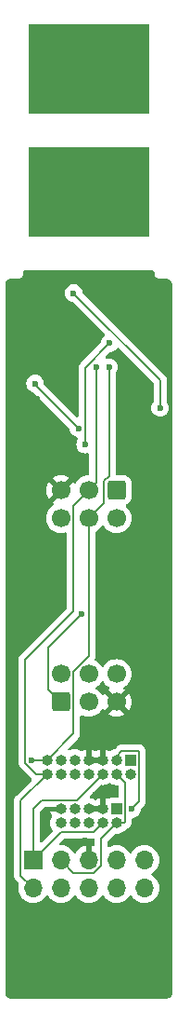
<source format=gbl>
G04 #@! TF.GenerationSoftware,KiCad,Pcbnew,7.0.10*
G04 #@! TF.CreationDate,2024-01-06T05:40:09+01:00*
G04 #@! TF.ProjectId,universal-tc2030,756e6976-6572-4736-916c-2d7463323033,rev?*
G04 #@! TF.SameCoordinates,Original*
G04 #@! TF.FileFunction,Copper,L2,Bot*
G04 #@! TF.FilePolarity,Positive*
%FSLAX46Y46*%
G04 Gerber Fmt 4.6, Leading zero omitted, Abs format (unit mm)*
G04 Created by KiCad (PCBNEW 7.0.10) date 2024-01-06 05:40:09*
%MOMM*%
%LPD*%
G01*
G04 APERTURE LIST*
G04 Aperture macros list*
%AMRoundRect*
0 Rectangle with rounded corners*
0 $1 Rounding radius*
0 $2 $3 $4 $5 $6 $7 $8 $9 X,Y pos of 4 corners*
0 Add a 4 corners polygon primitive as box body*
4,1,4,$2,$3,$4,$5,$6,$7,$8,$9,$2,$3,0*
0 Add four circle primitives for the rounded corners*
1,1,$1+$1,$2,$3*
1,1,$1+$1,$4,$5*
1,1,$1+$1,$6,$7*
1,1,$1+$1,$8,$9*
0 Add four rect primitives between the rounded corners*
20,1,$1+$1,$2,$3,$4,$5,0*
20,1,$1+$1,$4,$5,$6,$7,0*
20,1,$1+$1,$6,$7,$8,$9,0*
20,1,$1+$1,$8,$9,$2,$3,0*%
G04 Aperture macros list end*
G04 #@! TA.AperFunction,ComponentPad*
%ADD10R,1.700000X1.700000*%
G04 #@! TD*
G04 #@! TA.AperFunction,ComponentPad*
%ADD11O,1.700000X1.700000*%
G04 #@! TD*
G04 #@! TA.AperFunction,ComponentPad*
%ADD12R,1.000000X1.000000*%
G04 #@! TD*
G04 #@! TA.AperFunction,ComponentPad*
%ADD13O,1.000000X1.000000*%
G04 #@! TD*
G04 #@! TA.AperFunction,ComponentPad*
%ADD14RoundRect,0.250000X0.600000X-0.600000X0.600000X0.600000X-0.600000X0.600000X-0.600000X-0.600000X0*%
G04 #@! TD*
G04 #@! TA.AperFunction,ComponentPad*
%ADD15C,1.700000*%
G04 #@! TD*
G04 #@! TA.AperFunction,ConnectorPad*
%ADD16R,11.000000X8.150000*%
G04 #@! TD*
G04 #@! TA.AperFunction,ComponentPad*
%ADD17RoundRect,0.250000X-0.600000X0.600000X-0.600000X-0.600000X0.600000X-0.600000X0.600000X0.600000X0*%
G04 #@! TD*
G04 #@! TA.AperFunction,ViaPad*
%ADD18C,0.600000*%
G04 #@! TD*
G04 #@! TA.AperFunction,Conductor*
%ADD19C,0.200000*%
G04 #@! TD*
G04 APERTURE END LIST*
G04 #@! TA.AperFunction,NonConductor*
G36*
X144500000Y-39350000D02*
G01*
X155500000Y-39350000D01*
X155500000Y-47500000D01*
X144500000Y-47500000D01*
X144500000Y-39350000D01*
G37*
G04 #@! TD.AperFunction*
D10*
X144920000Y-115330000D03*
D11*
X144920000Y-117870000D03*
X147460000Y-115330000D03*
X147460000Y-117870000D03*
X150000000Y-115330000D03*
X150000000Y-117870000D03*
X152540000Y-115330000D03*
X152540000Y-117870000D03*
X155080000Y-115330000D03*
X155080000Y-117870000D03*
D12*
X153810000Y-106230000D03*
D13*
X153810000Y-107500000D03*
X152540000Y-106230000D03*
X152540000Y-107500000D03*
X151270000Y-106230000D03*
X151270000Y-107500000D03*
X150000000Y-106230000D03*
X150000000Y-107500000D03*
X148730000Y-106230000D03*
X148730000Y-107500000D03*
X147460000Y-106230000D03*
X147460000Y-107500000D03*
X146190000Y-106230000D03*
X146190000Y-107500000D03*
D14*
X147460000Y-100950000D03*
D15*
X147460000Y-98410000D03*
X150000000Y-100950000D03*
X150000000Y-98410000D03*
X152540000Y-100950000D03*
X152540000Y-98410000D03*
D12*
X152540000Y-110680000D03*
D13*
X152540000Y-111950000D03*
X151270000Y-110680000D03*
X151270000Y-111950000D03*
X150000000Y-110680000D03*
X150000000Y-111950000D03*
X148730000Y-110680000D03*
X148730000Y-111950000D03*
X147460000Y-110680000D03*
X147460000Y-111950000D03*
D16*
X150000000Y-54575000D03*
D17*
X152540000Y-81710000D03*
D15*
X152540000Y-84250000D03*
X150000000Y-81710000D03*
X150000000Y-84250000D03*
X147460000Y-81710000D03*
X147460000Y-84250000D03*
D18*
X150500000Y-44425000D03*
X149500000Y-40425000D03*
X150500000Y-46425000D03*
X145500000Y-41425000D03*
X152500000Y-40425000D03*
X149500000Y-44425000D03*
X153500000Y-42425000D03*
X153500000Y-46425000D03*
X153500000Y-44425000D03*
X147500000Y-44425000D03*
X150500000Y-41425000D03*
X153500000Y-43425000D03*
X148500000Y-46425000D03*
X151500000Y-45425000D03*
X152500000Y-46425000D03*
X154500000Y-42425000D03*
X153500000Y-40425000D03*
X149500000Y-43425000D03*
X146500000Y-44425000D03*
X153500000Y-45425000D03*
X154500000Y-41425000D03*
X150500000Y-45425000D03*
X148500000Y-40425000D03*
X149500000Y-46425000D03*
X149500000Y-42425000D03*
X154500000Y-44425000D03*
X147500000Y-45425000D03*
X145500000Y-46425000D03*
X154500000Y-45425000D03*
X148500000Y-42425000D03*
X154500000Y-43425000D03*
X147500000Y-40425000D03*
X145500000Y-43425000D03*
X152500000Y-43425000D03*
X146500000Y-42425000D03*
X152500000Y-41425000D03*
X146500000Y-41425000D03*
X146500000Y-46425000D03*
X152500000Y-42425000D03*
X154500000Y-46425000D03*
X145500000Y-44425000D03*
X146500000Y-43425000D03*
X148500000Y-43425000D03*
X145500000Y-40425000D03*
X149500000Y-45425000D03*
X151500000Y-41425000D03*
X151500000Y-42425000D03*
X148500000Y-41425000D03*
X146500000Y-45425000D03*
X147500000Y-43425000D03*
X152500000Y-44425000D03*
X154500000Y-40425000D03*
X148500000Y-44425000D03*
X151500000Y-44425000D03*
X147500000Y-41425000D03*
X153500000Y-41425000D03*
X148500000Y-45425000D03*
X147500000Y-46425000D03*
X150500000Y-43425000D03*
X147500000Y-42425000D03*
X151500000Y-40425000D03*
X149500000Y-41425000D03*
X146500000Y-40425000D03*
X150500000Y-40425000D03*
X151500000Y-43425000D03*
X145500000Y-42425000D03*
X152500000Y-45425000D03*
X145500000Y-45425000D03*
X150500000Y-42425000D03*
X151500000Y-46425000D03*
X156515000Y-74230000D03*
X148620000Y-63800000D03*
X151294265Y-91205735D03*
X150635000Y-109400000D03*
X153500000Y-62050000D03*
X144400000Y-108000000D03*
X144850000Y-62730000D03*
X150500000Y-63800000D03*
X148000000Y-113600000D03*
X149700000Y-113500000D03*
X153500000Y-51540000D03*
X145285000Y-73407500D03*
X146200000Y-111900000D03*
X154615000Y-74230000D03*
X149665000Y-77560000D03*
X151905000Y-68350000D03*
X149365000Y-92930000D03*
X153940000Y-110680000D03*
X150660000Y-70550000D03*
X145100000Y-72010000D03*
X149065000Y-76107500D03*
X151860000Y-70550000D03*
X144790000Y-106230000D03*
D19*
X156515000Y-71695000D02*
X156515000Y-74230000D01*
X148620000Y-63800000D02*
X156515000Y-71695000D01*
X149665000Y-77560000D02*
X149665000Y-70590000D01*
X149665000Y-70590000D02*
X151905000Y-68350000D01*
X153940000Y-110680000D02*
X154610000Y-110010000D01*
X153010000Y-105430000D02*
X152540000Y-105900000D01*
X146310000Y-95985000D02*
X149365000Y-92930000D01*
X152540000Y-105900000D02*
X152540000Y-106230000D01*
X154610000Y-105430000D02*
X153010000Y-105430000D01*
X154610000Y-110010000D02*
X154610000Y-105430000D01*
X146310000Y-99800000D02*
X146310000Y-95985000D01*
X147460000Y-100950000D02*
X146310000Y-99800000D01*
X148610000Y-116480000D02*
X147460000Y-115330000D01*
X151150000Y-113340000D02*
X151150000Y-115806346D01*
X151150000Y-115806346D02*
X150476346Y-116480000D01*
X152540000Y-107500000D02*
X153340000Y-108300000D01*
X150476346Y-116480000D02*
X148610000Y-116480000D01*
X153247106Y-111950000D02*
X152540000Y-111950000D01*
X152540000Y-111950000D02*
X151150000Y-113340000D01*
X153340000Y-108300000D02*
X153340000Y-111857106D01*
X153340000Y-111857106D02*
X153247106Y-111950000D01*
X150470000Y-112750000D02*
X151270000Y-111950000D01*
X144920000Y-115330000D02*
X147500000Y-112750000D01*
X144920000Y-115330000D02*
X144920000Y-110680000D01*
X144920000Y-110680000D02*
X145720000Y-109880000D01*
X145720000Y-109880000D02*
X148890000Y-109880000D01*
X148890000Y-109880000D02*
X151270000Y-107500000D01*
X147500000Y-112750000D02*
X150470000Y-112750000D01*
X144190000Y-97110000D02*
X148610000Y-92690000D01*
X148610000Y-92690000D02*
X148610000Y-83100000D01*
X146190000Y-107500000D02*
X143770000Y-109920000D01*
X146190000Y-107500000D02*
X145211471Y-107500000D01*
X143770000Y-109920000D02*
X143770000Y-116720000D01*
X150660000Y-81050000D02*
X150000000Y-81710000D01*
X144190000Y-106478529D02*
X144190000Y-97110000D01*
X148610000Y-83100000D02*
X150000000Y-81710000D01*
X150660000Y-70550000D02*
X150660000Y-81050000D01*
X143770000Y-116720000D02*
X144920000Y-117870000D01*
X145211471Y-107500000D02*
X144190000Y-106478529D01*
X145100000Y-72142500D02*
X149065000Y-76107500D01*
X145100000Y-72010000D02*
X145100000Y-72142500D01*
X151390000Y-80875256D02*
X151390000Y-82860000D01*
X146190000Y-106230000D02*
X144790000Y-106230000D01*
X150000000Y-84250000D02*
X150000000Y-96783654D01*
X151860000Y-80405256D02*
X151390000Y-80875256D01*
X151860000Y-70550000D02*
X151860000Y-80405256D01*
X148610000Y-103810000D02*
X146190000Y-106230000D01*
X148610000Y-98173654D02*
X148610000Y-103810000D01*
X151390000Y-82860000D02*
X150000000Y-84250000D01*
X150000000Y-96783654D02*
X148610000Y-98173654D01*
G04 #@! TA.AperFunction,Conductor*
G36*
X150438688Y-113351560D02*
G01*
X150441675Y-113351953D01*
X150505574Y-113380214D01*
X150544050Y-113438535D01*
X150549500Y-113474893D01*
X150549500Y-113918014D01*
X150529815Y-113985053D01*
X150477011Y-114030808D01*
X150407853Y-114040752D01*
X150393407Y-114037789D01*
X150250000Y-113999363D01*
X150250000Y-114894498D01*
X150142315Y-114845320D01*
X150035763Y-114830000D01*
X149964237Y-114830000D01*
X149857685Y-114845320D01*
X149750000Y-114894498D01*
X149750000Y-113999364D01*
X149749999Y-113999364D01*
X149536513Y-114056567D01*
X149536507Y-114056570D01*
X149322422Y-114156399D01*
X149322420Y-114156400D01*
X149128926Y-114291886D01*
X149128920Y-114291891D01*
X148961891Y-114458920D01*
X148961890Y-114458922D01*
X148831880Y-114644595D01*
X148777303Y-114688219D01*
X148707804Y-114695412D01*
X148645450Y-114663890D01*
X148628730Y-114644594D01*
X148498494Y-114458597D01*
X148331402Y-114291506D01*
X148331395Y-114291501D01*
X148137834Y-114155967D01*
X148137830Y-114155965D01*
X148073096Y-114125779D01*
X147923663Y-114056097D01*
X147923659Y-114056096D01*
X147923655Y-114056094D01*
X147695413Y-113994938D01*
X147695403Y-113994936D01*
X147460001Y-113974341D01*
X147459998Y-113974341D01*
X147432154Y-113976777D01*
X147363654Y-113963010D01*
X147313471Y-113914395D01*
X147297538Y-113846366D01*
X147320913Y-113780523D01*
X147333666Y-113765568D01*
X147430652Y-113668583D01*
X147712416Y-113386819D01*
X147773739Y-113353334D01*
X147800097Y-113350500D01*
X150422513Y-113350500D01*
X150438688Y-113351560D01*
G37*
G04 #@! TD.AperFunction*
G04 #@! TA.AperFunction,Conductor*
G36*
X147174199Y-110514993D02*
G01*
X147135000Y-110622694D01*
X147135000Y-110737306D01*
X147174199Y-110845007D01*
X147245517Y-110930000D01*
X146490840Y-110930000D01*
X146531652Y-111064541D01*
X146624503Y-111238253D01*
X146627890Y-111243322D01*
X146626215Y-111244440D01*
X146649918Y-111300259D01*
X146638123Y-111369125D01*
X146627158Y-111386188D01*
X146627473Y-111386399D01*
X146624086Y-111391467D01*
X146531188Y-111565266D01*
X146473975Y-111753870D01*
X146454659Y-111950000D01*
X146473975Y-112146129D01*
X146473976Y-112146132D01*
X146516218Y-112285386D01*
X146531188Y-112334733D01*
X146624086Y-112508532D01*
X146624086Y-112508533D01*
X146673656Y-112568934D01*
X146700968Y-112633245D01*
X146689177Y-112702112D01*
X146665483Y-112735280D01*
X145732181Y-113668583D01*
X145670858Y-113702068D01*
X145601167Y-113697084D01*
X145545233Y-113655212D01*
X145520816Y-113589748D01*
X145520500Y-113580902D01*
X145520500Y-110980097D01*
X145540185Y-110913058D01*
X145556819Y-110892416D01*
X145932416Y-110516819D01*
X145993739Y-110483334D01*
X146020097Y-110480500D01*
X147203142Y-110480500D01*
X147174199Y-110514993D01*
G37*
G04 #@! TD.AperFunction*
G04 #@! TA.AperFunction,Conductor*
G36*
X151959507Y-108322194D02*
G01*
X151976148Y-108332888D01*
X151976393Y-108332523D01*
X151981458Y-108335907D01*
X151981462Y-108335910D01*
X152155273Y-108428814D01*
X152343868Y-108486024D01*
X152540000Y-108505341D01*
X152603347Y-108499101D01*
X152671991Y-108512119D01*
X152722701Y-108560183D01*
X152739500Y-108622504D01*
X152739500Y-109555500D01*
X152719815Y-109622539D01*
X152667011Y-109668294D01*
X152615500Y-109679500D01*
X151992129Y-109679500D01*
X151992123Y-109679501D01*
X151932516Y-109685908D01*
X151797671Y-109736202D01*
X151797666Y-109736205D01*
X151789172Y-109742564D01*
X151723707Y-109766979D01*
X151660363Y-109753493D01*
X151660162Y-109753981D01*
X151657526Y-109752889D01*
X151656407Y-109752651D01*
X151654537Y-109751651D01*
X151520000Y-109710839D01*
X151520000Y-110472327D01*
X151482129Y-110427195D01*
X151382871Y-110369888D01*
X151298436Y-110355000D01*
X151241564Y-110355000D01*
X151157129Y-110369888D01*
X151057871Y-110427195D01*
X150984199Y-110514993D01*
X150945000Y-110622694D01*
X150945000Y-110737306D01*
X150984199Y-110845007D01*
X151055517Y-110930000D01*
X150214483Y-110930000D01*
X150285801Y-110845007D01*
X150325000Y-110737306D01*
X150325000Y-110622694D01*
X150285801Y-110514993D01*
X150214483Y-110430000D01*
X151020000Y-110430000D01*
X151020000Y-109710839D01*
X151019999Y-109710839D01*
X150885458Y-109751652D01*
X150711746Y-109844503D01*
X150706678Y-109847890D01*
X150705641Y-109846338D01*
X150649339Y-109870242D01*
X150580473Y-109858442D01*
X150563541Y-109847560D01*
X150563322Y-109847890D01*
X150558253Y-109844503D01*
X150384539Y-109751651D01*
X150190205Y-109692701D01*
X150190647Y-109691242D01*
X150135383Y-109662330D01*
X150100813Y-109601612D01*
X150104557Y-109531842D01*
X150133806Y-109485427D01*
X151086421Y-108532812D01*
X151147742Y-108499329D01*
X151186251Y-108497092D01*
X151270000Y-108505341D01*
X151466132Y-108486024D01*
X151654727Y-108428814D01*
X151828538Y-108335910D01*
X151828544Y-108335904D01*
X151833607Y-108332523D01*
X151834703Y-108334164D01*
X151890639Y-108310405D01*
X151959507Y-108322194D01*
G37*
G04 #@! TD.AperFunction*
G04 #@! TA.AperFunction,Conductor*
G36*
X151354855Y-99076546D02*
G01*
X151371575Y-99095842D01*
X151501500Y-99281395D01*
X151501505Y-99281401D01*
X151668599Y-99448495D01*
X151854158Y-99578425D01*
X151854594Y-99578730D01*
X151898218Y-99633307D01*
X151905411Y-99702806D01*
X151873889Y-99765160D01*
X151854593Y-99781880D01*
X151778626Y-99835072D01*
X151778625Y-99835072D01*
X152407466Y-100463913D01*
X152397685Y-100465320D01*
X152266900Y-100525048D01*
X152158239Y-100619202D01*
X152080507Y-100740156D01*
X152056923Y-100820475D01*
X151425073Y-100188626D01*
X151371881Y-100264594D01*
X151317304Y-100308219D01*
X151247806Y-100315413D01*
X151185451Y-100283891D01*
X151168730Y-100264594D01*
X151038494Y-100078597D01*
X150871402Y-99911506D01*
X150871396Y-99911501D01*
X150685842Y-99781575D01*
X150642217Y-99726998D01*
X150635023Y-99657500D01*
X150666546Y-99595145D01*
X150685842Y-99578425D01*
X150789501Y-99505842D01*
X150871401Y-99448495D01*
X151038495Y-99281401D01*
X151168425Y-99095842D01*
X151223002Y-99052217D01*
X151292500Y-99045023D01*
X151354855Y-99076546D01*
G37*
G04 #@! TD.AperFunction*
G04 #@! TA.AperFunction,Conductor*
G36*
X155942539Y-61769685D02*
G01*
X155988294Y-61822489D01*
X155999500Y-61874000D01*
X155999500Y-62056399D01*
X156024596Y-62166350D01*
X156073532Y-62267966D01*
X156073533Y-62267969D01*
X156108196Y-62311433D01*
X156143854Y-62356146D01*
X156180710Y-62385538D01*
X156232030Y-62426466D01*
X156232033Y-62426467D01*
X156333649Y-62475403D01*
X156443600Y-62500499D01*
X156443605Y-62500499D01*
X156443607Y-62500500D01*
X156499901Y-62500500D01*
X157113040Y-62500500D01*
X157126921Y-62501279D01*
X157145214Y-62503341D01*
X157147467Y-62503616D01*
X157225831Y-62513932D01*
X157250597Y-62519829D01*
X157283094Y-62531200D01*
X157289575Y-62533674D01*
X157342195Y-62555469D01*
X157360695Y-62565027D01*
X157393053Y-62585359D01*
X157402567Y-62591977D01*
X157444980Y-62624522D01*
X157457174Y-62635216D01*
X157484782Y-62662824D01*
X157495476Y-62675018D01*
X157528021Y-62717431D01*
X157534639Y-62726945D01*
X157554967Y-62759296D01*
X157564536Y-62777818D01*
X157586318Y-62830407D01*
X157588798Y-62836904D01*
X157600169Y-62869401D01*
X157606066Y-62894169D01*
X157616377Y-62972484D01*
X157616658Y-62974783D01*
X157618720Y-62993079D01*
X157619500Y-63006966D01*
X157619500Y-127393033D01*
X157618720Y-127406921D01*
X157616658Y-127425216D01*
X157616377Y-127427514D01*
X157606066Y-127505829D01*
X157600169Y-127530597D01*
X157588798Y-127563094D01*
X157586318Y-127569591D01*
X157564536Y-127622180D01*
X157554967Y-127640702D01*
X157534639Y-127673053D01*
X157528021Y-127682567D01*
X157495476Y-127724980D01*
X157484782Y-127737174D01*
X157457174Y-127764782D01*
X157444980Y-127775476D01*
X157402567Y-127808021D01*
X157393053Y-127814639D01*
X157360702Y-127834967D01*
X157342180Y-127844536D01*
X157289591Y-127866318D01*
X157283094Y-127868798D01*
X157250597Y-127880169D01*
X157225829Y-127886066D01*
X157147514Y-127896377D01*
X157145217Y-127896658D01*
X157128731Y-127898516D01*
X157126921Y-127898720D01*
X157113034Y-127899500D01*
X142886966Y-127899500D01*
X142873079Y-127898720D01*
X142854783Y-127896658D01*
X142852484Y-127896377D01*
X142774169Y-127886066D01*
X142749401Y-127880169D01*
X142716904Y-127868798D01*
X142710407Y-127866318D01*
X142677958Y-127852878D01*
X142657813Y-127844533D01*
X142639296Y-127834967D01*
X142606945Y-127814639D01*
X142597431Y-127808021D01*
X142555018Y-127775476D01*
X142542824Y-127764782D01*
X142515216Y-127737174D01*
X142504522Y-127724980D01*
X142471977Y-127682567D01*
X142465359Y-127673053D01*
X142462163Y-127667967D01*
X142445027Y-127640695D01*
X142435469Y-127622195D01*
X142413674Y-127569575D01*
X142411200Y-127563094D01*
X142399829Y-127530597D01*
X142393932Y-127505831D01*
X142383616Y-127427467D01*
X142383338Y-127425189D01*
X142381280Y-127406923D01*
X142380500Y-127393040D01*
X142380500Y-116720000D01*
X143164318Y-116720000D01*
X143169500Y-116759360D01*
X143169500Y-116759361D01*
X143184955Y-116876760D01*
X143184956Y-116876762D01*
X143235422Y-116998599D01*
X143245464Y-117022841D01*
X143341718Y-117148282D01*
X143341719Y-117148283D01*
X143366769Y-117167504D01*
X143378964Y-117178199D01*
X143587233Y-117386468D01*
X143620718Y-117447791D01*
X143619327Y-117506241D01*
X143584939Y-117634583D01*
X143584936Y-117634596D01*
X143564341Y-117869999D01*
X143564341Y-117870000D01*
X143584936Y-118105403D01*
X143584938Y-118105413D01*
X143646094Y-118333655D01*
X143646096Y-118333659D01*
X143646097Y-118333663D01*
X143650000Y-118342032D01*
X143745965Y-118547830D01*
X143745967Y-118547834D01*
X143854281Y-118702521D01*
X143881505Y-118741401D01*
X144048599Y-118908495D01*
X144145384Y-118976265D01*
X144242165Y-119044032D01*
X144242167Y-119044033D01*
X144242170Y-119044035D01*
X144456337Y-119143903D01*
X144684592Y-119205063D01*
X144872918Y-119221539D01*
X144919999Y-119225659D01*
X144920000Y-119225659D01*
X144920001Y-119225659D01*
X144959234Y-119222226D01*
X145155408Y-119205063D01*
X145383663Y-119143903D01*
X145597830Y-119044035D01*
X145791401Y-118908495D01*
X145958495Y-118741401D01*
X146088425Y-118555842D01*
X146143002Y-118512217D01*
X146212500Y-118505023D01*
X146274855Y-118536546D01*
X146291575Y-118555842D01*
X146421500Y-118741395D01*
X146421505Y-118741401D01*
X146588599Y-118908495D01*
X146685384Y-118976265D01*
X146782165Y-119044032D01*
X146782167Y-119044033D01*
X146782170Y-119044035D01*
X146996337Y-119143903D01*
X147224592Y-119205063D01*
X147412918Y-119221539D01*
X147459999Y-119225659D01*
X147460000Y-119225659D01*
X147460001Y-119225659D01*
X147499234Y-119222226D01*
X147695408Y-119205063D01*
X147923663Y-119143903D01*
X148137830Y-119044035D01*
X148331401Y-118908495D01*
X148498495Y-118741401D01*
X148628425Y-118555842D01*
X148683002Y-118512217D01*
X148752500Y-118505023D01*
X148814855Y-118536546D01*
X148831575Y-118555842D01*
X148961500Y-118741395D01*
X148961505Y-118741401D01*
X149128599Y-118908495D01*
X149225384Y-118976265D01*
X149322165Y-119044032D01*
X149322167Y-119044033D01*
X149322170Y-119044035D01*
X149536337Y-119143903D01*
X149764592Y-119205063D01*
X149952918Y-119221539D01*
X149999999Y-119225659D01*
X150000000Y-119225659D01*
X150000001Y-119225659D01*
X150039234Y-119222226D01*
X150235408Y-119205063D01*
X150463663Y-119143903D01*
X150677830Y-119044035D01*
X150871401Y-118908495D01*
X151038495Y-118741401D01*
X151168425Y-118555842D01*
X151223002Y-118512217D01*
X151292500Y-118505023D01*
X151354855Y-118536546D01*
X151371575Y-118555842D01*
X151501500Y-118741395D01*
X151501505Y-118741401D01*
X151668599Y-118908495D01*
X151765384Y-118976265D01*
X151862165Y-119044032D01*
X151862167Y-119044033D01*
X151862170Y-119044035D01*
X152076337Y-119143903D01*
X152304592Y-119205063D01*
X152492918Y-119221539D01*
X152539999Y-119225659D01*
X152540000Y-119225659D01*
X152540001Y-119225659D01*
X152579234Y-119222226D01*
X152775408Y-119205063D01*
X153003663Y-119143903D01*
X153217830Y-119044035D01*
X153411401Y-118908495D01*
X153578495Y-118741401D01*
X153708425Y-118555842D01*
X153763002Y-118512217D01*
X153832500Y-118505023D01*
X153894855Y-118536546D01*
X153911575Y-118555842D01*
X154041500Y-118741395D01*
X154041505Y-118741401D01*
X154208599Y-118908495D01*
X154305384Y-118976265D01*
X154402165Y-119044032D01*
X154402167Y-119044033D01*
X154402170Y-119044035D01*
X154616337Y-119143903D01*
X154844592Y-119205063D01*
X155032918Y-119221539D01*
X155079999Y-119225659D01*
X155080000Y-119225659D01*
X155080001Y-119225659D01*
X155119234Y-119222226D01*
X155315408Y-119205063D01*
X155543663Y-119143903D01*
X155757830Y-119044035D01*
X155951401Y-118908495D01*
X156118495Y-118741401D01*
X156254035Y-118547830D01*
X156353903Y-118333663D01*
X156415063Y-118105408D01*
X156435659Y-117870000D01*
X156415063Y-117634592D01*
X156353903Y-117406337D01*
X156254035Y-117192171D01*
X156248425Y-117184158D01*
X156118494Y-116998597D01*
X155951402Y-116831506D01*
X155951396Y-116831501D01*
X155765842Y-116701575D01*
X155722217Y-116646998D01*
X155715023Y-116577500D01*
X155746546Y-116515145D01*
X155765842Y-116498425D01*
X155788026Y-116482891D01*
X155951401Y-116368495D01*
X156118495Y-116201401D01*
X156254035Y-116007830D01*
X156353903Y-115793663D01*
X156415063Y-115565408D01*
X156435659Y-115330000D01*
X156415063Y-115094592D01*
X156353903Y-114866337D01*
X156254035Y-114652171D01*
X156248731Y-114644595D01*
X156118494Y-114458597D01*
X155951402Y-114291506D01*
X155951395Y-114291501D01*
X155757834Y-114155967D01*
X155757830Y-114155965D01*
X155693096Y-114125779D01*
X155543663Y-114056097D01*
X155543659Y-114056096D01*
X155543655Y-114056094D01*
X155315413Y-113994938D01*
X155315403Y-113994936D01*
X155080001Y-113974341D01*
X155079999Y-113974341D01*
X154844596Y-113994936D01*
X154844586Y-113994938D01*
X154616344Y-114056094D01*
X154616335Y-114056098D01*
X154402171Y-114155964D01*
X154402169Y-114155965D01*
X154208597Y-114291505D01*
X154041505Y-114458597D01*
X153911575Y-114644158D01*
X153856998Y-114687783D01*
X153787500Y-114694977D01*
X153725145Y-114663454D01*
X153708425Y-114644158D01*
X153578494Y-114458597D01*
X153411402Y-114291506D01*
X153411395Y-114291501D01*
X153217834Y-114155967D01*
X153217830Y-114155965D01*
X153153096Y-114125779D01*
X153003663Y-114056097D01*
X153003659Y-114056096D01*
X153003655Y-114056094D01*
X152775413Y-113994938D01*
X152775403Y-113994936D01*
X152540001Y-113974341D01*
X152539999Y-113974341D01*
X152304596Y-113994936D01*
X152304586Y-113994938D01*
X152076344Y-114056094D01*
X152076335Y-114056097D01*
X151926905Y-114125779D01*
X151857828Y-114136271D01*
X151794044Y-114107751D01*
X151755804Y-114049275D01*
X151750500Y-114013397D01*
X151750500Y-113640096D01*
X151770185Y-113573057D01*
X151786815Y-113552419D01*
X152356421Y-112982812D01*
X152417742Y-112949329D01*
X152456251Y-112947092D01*
X152540000Y-112955341D01*
X152736132Y-112936024D01*
X152924727Y-112878814D01*
X153098538Y-112785910D01*
X153250883Y-112660883D01*
X153317049Y-112580259D01*
X153374794Y-112540925D01*
X153396715Y-112535985D01*
X153403868Y-112535044D01*
X153549947Y-112474536D01*
X153626243Y-112415992D01*
X153675388Y-112378282D01*
X153694615Y-112353223D01*
X153705296Y-112341043D01*
X153731043Y-112315296D01*
X153743223Y-112304615D01*
X153768282Y-112285388D01*
X153864536Y-112159947D01*
X153925044Y-112013868D01*
X153940500Y-111896467D01*
X153945682Y-111857106D01*
X153941561Y-111825803D01*
X153940500Y-111809618D01*
X153940500Y-111596321D01*
X153960185Y-111529282D01*
X154012989Y-111483527D01*
X154050612Y-111473101D01*
X154119255Y-111465368D01*
X154289522Y-111405789D01*
X154442262Y-111309816D01*
X154569816Y-111182262D01*
X154665789Y-111029522D01*
X154725368Y-110859255D01*
X154735161Y-110772329D01*
X154762226Y-110707918D01*
X154770690Y-110698543D01*
X155001043Y-110468190D01*
X155013223Y-110457509D01*
X155038282Y-110438282D01*
X155134536Y-110312841D01*
X155195044Y-110166762D01*
X155207214Y-110074318D01*
X155215682Y-110010000D01*
X155211561Y-109978697D01*
X155210500Y-109962512D01*
X155210500Y-105477487D01*
X155211561Y-105461301D01*
X155215682Y-105429999D01*
X155215682Y-105429998D01*
X155195044Y-105273239D01*
X155195044Y-105273238D01*
X155134536Y-105127159D01*
X155038282Y-105001718D01*
X154912841Y-104905464D01*
X154766762Y-104844956D01*
X154766760Y-104844955D01*
X154649361Y-104829500D01*
X154610000Y-104824318D01*
X154578697Y-104828439D01*
X154562513Y-104829500D01*
X153057487Y-104829500D01*
X153041302Y-104828439D01*
X153010000Y-104824318D01*
X152970639Y-104829500D01*
X152853239Y-104844955D01*
X152853237Y-104844956D01*
X152707157Y-104905464D01*
X152581718Y-105001716D01*
X152562489Y-105026775D01*
X152551798Y-105038965D01*
X152370022Y-105220741D01*
X152318337Y-105251720D01*
X152155271Y-105301186D01*
X151981467Y-105394086D01*
X151976399Y-105397473D01*
X151975386Y-105395958D01*
X151918936Y-105419920D01*
X151850071Y-105408115D01*
X151833574Y-105397511D01*
X151833322Y-105397890D01*
X151828253Y-105394503D01*
X151654541Y-105301652D01*
X151520000Y-105260839D01*
X151520000Y-106022327D01*
X151482129Y-105977195D01*
X151382871Y-105919888D01*
X151298436Y-105905000D01*
X151241564Y-105905000D01*
X151157129Y-105919888D01*
X151057871Y-105977195D01*
X150984199Y-106064993D01*
X150945000Y-106172694D01*
X150945000Y-106287306D01*
X150984199Y-106395007D01*
X151055517Y-106480000D01*
X150214483Y-106480000D01*
X150285801Y-106395007D01*
X150325000Y-106287306D01*
X150325000Y-106172694D01*
X150285801Y-106064993D01*
X150214483Y-105980000D01*
X150250000Y-105980000D01*
X151020000Y-105980000D01*
X151020000Y-105260839D01*
X151019999Y-105260839D01*
X150885458Y-105301652D01*
X150711746Y-105394503D01*
X150706678Y-105397890D01*
X150705641Y-105396338D01*
X150649339Y-105420242D01*
X150580473Y-105408442D01*
X150563541Y-105397560D01*
X150563322Y-105397890D01*
X150558253Y-105394503D01*
X150384541Y-105301652D01*
X150250000Y-105260839D01*
X150250000Y-105980000D01*
X150214483Y-105980000D01*
X150212129Y-105977195D01*
X150112871Y-105919888D01*
X150028436Y-105905000D01*
X149971564Y-105905000D01*
X149887129Y-105919888D01*
X149787871Y-105977195D01*
X149750000Y-106022327D01*
X149750000Y-105260839D01*
X149749999Y-105260839D01*
X149615458Y-105301652D01*
X149441742Y-105394505D01*
X149436673Y-105397893D01*
X149435556Y-105396221D01*
X149379715Y-105419921D01*
X149310851Y-105408111D01*
X149293811Y-105397158D01*
X149293601Y-105397473D01*
X149288532Y-105394086D01*
X149114733Y-105301188D01*
X149114727Y-105301186D01*
X148981722Y-105260839D01*
X148926129Y-105243975D01*
X148730000Y-105224659D01*
X148533870Y-105243975D01*
X148478278Y-105260839D01*
X148345273Y-105301186D01*
X148345270Y-105301187D01*
X148345268Y-105301188D01*
X148272118Y-105340287D01*
X148203715Y-105354528D01*
X148138472Y-105329527D01*
X148097102Y-105273222D01*
X148092740Y-105203488D01*
X148125982Y-105143251D01*
X149001043Y-104268190D01*
X149013223Y-104257509D01*
X149038282Y-104238282D01*
X149134536Y-104112841D01*
X149195044Y-103966762D01*
X149210500Y-103849361D01*
X149215682Y-103810000D01*
X149211561Y-103778697D01*
X149210500Y-103762512D01*
X149210500Y-102266603D01*
X149230185Y-102199564D01*
X149282989Y-102153809D01*
X149352147Y-102143865D01*
X149386901Y-102154220D01*
X149536337Y-102223903D01*
X149764592Y-102285063D01*
X149941034Y-102300500D01*
X149999999Y-102305659D01*
X150000000Y-102305659D01*
X150000001Y-102305659D01*
X150058966Y-102300500D01*
X150235408Y-102285063D01*
X150463663Y-102223903D01*
X150677830Y-102124035D01*
X150871401Y-101988495D01*
X151038495Y-101821401D01*
X151168732Y-101635403D01*
X151223307Y-101591780D01*
X151292805Y-101584586D01*
X151355160Y-101616109D01*
X151371880Y-101635405D01*
X151425073Y-101711373D01*
X152056923Y-101079523D01*
X152080507Y-101159844D01*
X152158239Y-101280798D01*
X152266900Y-101374952D01*
X152397685Y-101434680D01*
X152407466Y-101436086D01*
X151778625Y-102064925D01*
X151862421Y-102123599D01*
X152076507Y-102223429D01*
X152076516Y-102223433D01*
X152304673Y-102284567D01*
X152304684Y-102284569D01*
X152539998Y-102305157D01*
X152540002Y-102305157D01*
X152775315Y-102284569D01*
X152775326Y-102284567D01*
X153003483Y-102223433D01*
X153003492Y-102223429D01*
X153217578Y-102123600D01*
X153217582Y-102123598D01*
X153301373Y-102064926D01*
X153301373Y-102064925D01*
X152672533Y-101436086D01*
X152682315Y-101434680D01*
X152813100Y-101374952D01*
X152921761Y-101280798D01*
X152999493Y-101159844D01*
X153023076Y-101079524D01*
X153654925Y-101711373D01*
X153654926Y-101711373D01*
X153713598Y-101627582D01*
X153713600Y-101627578D01*
X153813429Y-101413492D01*
X153813433Y-101413483D01*
X153874567Y-101185326D01*
X153874569Y-101185315D01*
X153895157Y-100950001D01*
X153895157Y-100949998D01*
X153874569Y-100714684D01*
X153874567Y-100714673D01*
X153813433Y-100486516D01*
X153813429Y-100486507D01*
X153713600Y-100272423D01*
X153713599Y-100272421D01*
X153654925Y-100188626D01*
X153654925Y-100188625D01*
X153023076Y-100820475D01*
X152999493Y-100740156D01*
X152921761Y-100619202D01*
X152813100Y-100525048D01*
X152682315Y-100465320D01*
X152672533Y-100463913D01*
X153301373Y-99835073D01*
X153301373Y-99835072D01*
X153225405Y-99781880D01*
X153181780Y-99727304D01*
X153174586Y-99657805D01*
X153206108Y-99595451D01*
X153225399Y-99578734D01*
X153411401Y-99448495D01*
X153578495Y-99281401D01*
X153714035Y-99087830D01*
X153813903Y-98873663D01*
X153875063Y-98645408D01*
X153895659Y-98410000D01*
X153875063Y-98174592D01*
X153813903Y-97946337D01*
X153714035Y-97732171D01*
X153708425Y-97724158D01*
X153578494Y-97538597D01*
X153411402Y-97371506D01*
X153411395Y-97371501D01*
X153393163Y-97358735D01*
X153341295Y-97322416D01*
X153217834Y-97235967D01*
X153217830Y-97235965D01*
X153217828Y-97235964D01*
X153003663Y-97136097D01*
X153003659Y-97136096D01*
X153003655Y-97136094D01*
X152775413Y-97074938D01*
X152775403Y-97074936D01*
X152540001Y-97054341D01*
X152539999Y-97054341D01*
X152304596Y-97074936D01*
X152304586Y-97074938D01*
X152076344Y-97136094D01*
X152076335Y-97136098D01*
X151862171Y-97235964D01*
X151862169Y-97235965D01*
X151668597Y-97371505D01*
X151501505Y-97538597D01*
X151371575Y-97724158D01*
X151316998Y-97767783D01*
X151247500Y-97774977D01*
X151185145Y-97743454D01*
X151168425Y-97724158D01*
X151038494Y-97538597D01*
X150871402Y-97371506D01*
X150871395Y-97371501D01*
X150853163Y-97358735D01*
X150801295Y-97322416D01*
X150677834Y-97235967D01*
X150677831Y-97235965D01*
X150677830Y-97235965D01*
X150629517Y-97213436D01*
X150605044Y-97202024D01*
X150552605Y-97155851D01*
X150533453Y-97088657D01*
X150542888Y-97042189D01*
X150555303Y-97012216D01*
X150585044Y-96940416D01*
X150600500Y-96823015D01*
X150605682Y-96783654D01*
X150601561Y-96752351D01*
X150600500Y-96736166D01*
X150600500Y-85539090D01*
X150620185Y-85472051D01*
X150672101Y-85426706D01*
X150677830Y-85424035D01*
X150871401Y-85288495D01*
X151038495Y-85121401D01*
X151168425Y-84935842D01*
X151223002Y-84892217D01*
X151292500Y-84885023D01*
X151354855Y-84916546D01*
X151371575Y-84935842D01*
X151501500Y-85121395D01*
X151501505Y-85121401D01*
X151668599Y-85288495D01*
X151750499Y-85345842D01*
X151862165Y-85424032D01*
X151862167Y-85424033D01*
X151862170Y-85424035D01*
X152076337Y-85523903D01*
X152304592Y-85585063D01*
X152492918Y-85601539D01*
X152539999Y-85605659D01*
X152540000Y-85605659D01*
X152540001Y-85605659D01*
X152579234Y-85602226D01*
X152775408Y-85585063D01*
X153003663Y-85523903D01*
X153217830Y-85424035D01*
X153411401Y-85288495D01*
X153578495Y-85121401D01*
X153714035Y-84927830D01*
X153813903Y-84713663D01*
X153875063Y-84485408D01*
X153895659Y-84250000D01*
X153875063Y-84014592D01*
X153813903Y-83786337D01*
X153714035Y-83572171D01*
X153578495Y-83378599D01*
X153578494Y-83378597D01*
X153411398Y-83211501D01*
X153410030Y-83210354D01*
X153409592Y-83209696D01*
X153407573Y-83207677D01*
X153407978Y-83207271D01*
X153371330Y-83152182D01*
X153370224Y-83082321D01*
X153407063Y-83022952D01*
X153450737Y-82997662D01*
X153459334Y-82994814D01*
X153608656Y-82902712D01*
X153732712Y-82778656D01*
X153824814Y-82629334D01*
X153879999Y-82462797D01*
X153890500Y-82360009D01*
X153890499Y-81059992D01*
X153879999Y-80957203D01*
X153824814Y-80790666D01*
X153732712Y-80641344D01*
X153608656Y-80517288D01*
X153477784Y-80436566D01*
X153459336Y-80425187D01*
X153459331Y-80425185D01*
X153457862Y-80424698D01*
X153292797Y-80370001D01*
X153292795Y-80370000D01*
X153190016Y-80359500D01*
X153190009Y-80359500D01*
X152584500Y-80359500D01*
X152517461Y-80339815D01*
X152471706Y-80287011D01*
X152460500Y-80235500D01*
X152460500Y-71132412D01*
X152480185Y-71065373D01*
X152487555Y-71055097D01*
X152489810Y-71052267D01*
X152489816Y-71052262D01*
X152585789Y-70899522D01*
X152645368Y-70729255D01*
X152655708Y-70637487D01*
X152665565Y-70550003D01*
X152665565Y-70549996D01*
X152645369Y-70370750D01*
X152645368Y-70370745D01*
X152585788Y-70200476D01*
X152489815Y-70047737D01*
X152362262Y-69920184D01*
X152209523Y-69824211D01*
X152039254Y-69764631D01*
X152039249Y-69764630D01*
X151860004Y-69744435D01*
X151859996Y-69744435D01*
X151680750Y-69764630D01*
X151680736Y-69764633D01*
X151668766Y-69768822D01*
X151598987Y-69772381D01*
X151538361Y-69737650D01*
X151506136Y-69675655D01*
X151512544Y-69606080D01*
X151540133Y-69564100D01*
X151923535Y-69180698D01*
X151984856Y-69147215D01*
X151997311Y-69145163D01*
X152084255Y-69135368D01*
X152254522Y-69075789D01*
X152407262Y-68979816D01*
X152534816Y-68852262D01*
X152563304Y-68806922D01*
X152615639Y-68760632D01*
X152684692Y-68749984D01*
X152748541Y-68778359D01*
X152755979Y-68785214D01*
X155878181Y-71907416D01*
X155911666Y-71968739D01*
X155914500Y-71995097D01*
X155914500Y-73647587D01*
X155894815Y-73714626D01*
X155887450Y-73724896D01*
X155885186Y-73727734D01*
X155789211Y-73880476D01*
X155729631Y-74050745D01*
X155729630Y-74050750D01*
X155709435Y-74229996D01*
X155709435Y-74230003D01*
X155729630Y-74409249D01*
X155729631Y-74409254D01*
X155789211Y-74579523D01*
X155885184Y-74732262D01*
X156012738Y-74859816D01*
X156165478Y-74955789D01*
X156335745Y-75015368D01*
X156335750Y-75015369D01*
X156514996Y-75035565D01*
X156515000Y-75035565D01*
X156515004Y-75035565D01*
X156694249Y-75015369D01*
X156694252Y-75015368D01*
X156694255Y-75015368D01*
X156864522Y-74955789D01*
X157017262Y-74859816D01*
X157144816Y-74732262D01*
X157240789Y-74579522D01*
X157300368Y-74409255D01*
X157320565Y-74230000D01*
X157300368Y-74050745D01*
X157240789Y-73880478D01*
X157144816Y-73727738D01*
X157144814Y-73727736D01*
X157144813Y-73727734D01*
X157142550Y-73724896D01*
X157141659Y-73722715D01*
X157141111Y-73721842D01*
X157141264Y-73721745D01*
X157116144Y-73660209D01*
X157115500Y-73647587D01*
X157115500Y-71742487D01*
X157116561Y-71726301D01*
X157120682Y-71695000D01*
X157120682Y-71694998D01*
X157100044Y-71538239D01*
X157100042Y-71538234D01*
X157039537Y-71392159D01*
X157039535Y-71392156D01*
X157030349Y-71380186D01*
X157030345Y-71380182D01*
X156943281Y-71266717D01*
X156918228Y-71247493D01*
X156906034Y-71236799D01*
X149450700Y-63781465D01*
X149417215Y-63720142D01*
X149415163Y-63707686D01*
X149405368Y-63620745D01*
X149345789Y-63450478D01*
X149249816Y-63297738D01*
X149122262Y-63170184D01*
X148969523Y-63074211D01*
X148799254Y-63014631D01*
X148799249Y-63014630D01*
X148620004Y-62994435D01*
X148619996Y-62994435D01*
X148440750Y-63014630D01*
X148440745Y-63014631D01*
X148270476Y-63074211D01*
X148117737Y-63170184D01*
X147990184Y-63297737D01*
X147894211Y-63450476D01*
X147834631Y-63620745D01*
X147834630Y-63620750D01*
X147814435Y-63799996D01*
X147814435Y-63800003D01*
X147834630Y-63979249D01*
X147834631Y-63979254D01*
X147894211Y-64149523D01*
X147990184Y-64302262D01*
X148117738Y-64429816D01*
X148270478Y-64525789D01*
X148440745Y-64585368D01*
X148527669Y-64595161D01*
X148592080Y-64622226D01*
X148601465Y-64630700D01*
X151469786Y-67499021D01*
X151503271Y-67560344D01*
X151498287Y-67630036D01*
X151456415Y-67685969D01*
X151448084Y-67691691D01*
X151430156Y-67702956D01*
X151402737Y-67720184D01*
X151275184Y-67847737D01*
X151179210Y-68000478D01*
X151119630Y-68170750D01*
X151109837Y-68257668D01*
X151082770Y-68322082D01*
X151074298Y-68331465D01*
X149273965Y-70131798D01*
X149261775Y-70142489D01*
X149236716Y-70161718D01*
X149171157Y-70247159D01*
X149147604Y-70277853D01*
X149140463Y-70287160D01*
X149079956Y-70433237D01*
X149079955Y-70433239D01*
X149059318Y-70589998D01*
X149059318Y-70589999D01*
X149063439Y-70621301D01*
X149064500Y-70637487D01*
X149064500Y-74958403D01*
X149044815Y-75025442D01*
X148992011Y-75071197D01*
X148922853Y-75081141D01*
X148859297Y-75052116D01*
X148852819Y-75046084D01*
X145938794Y-72132059D01*
X145905309Y-72070736D01*
X145903255Y-72030496D01*
X145905565Y-72010000D01*
X145885368Y-71830745D01*
X145825789Y-71660478D01*
X145729816Y-71507738D01*
X145602262Y-71380184D01*
X145602259Y-71380182D01*
X145449523Y-71284211D01*
X145279254Y-71224631D01*
X145279249Y-71224630D01*
X145100004Y-71204435D01*
X145099996Y-71204435D01*
X144920750Y-71224630D01*
X144920745Y-71224631D01*
X144750476Y-71284211D01*
X144597737Y-71380184D01*
X144470184Y-71507737D01*
X144374211Y-71660476D01*
X144314631Y-71830745D01*
X144314630Y-71830750D01*
X144294435Y-72009996D01*
X144294435Y-72010003D01*
X144314630Y-72189249D01*
X144314631Y-72189254D01*
X144374211Y-72359523D01*
X144470184Y-72512262D01*
X144597738Y-72639816D01*
X144750478Y-72735789D01*
X144867709Y-72776809D01*
X144914435Y-72806170D01*
X148234298Y-76126033D01*
X148267783Y-76187356D01*
X148269837Y-76199830D01*
X148279630Y-76286749D01*
X148339210Y-76457021D01*
X148339211Y-76457022D01*
X148435184Y-76609762D01*
X148562738Y-76737316D01*
X148715478Y-76833289D01*
X148885745Y-76892868D01*
X148925945Y-76897397D01*
X148990356Y-76924462D01*
X149029913Y-76982056D01*
X149032052Y-77051893D01*
X149017055Y-77086589D01*
X148939211Y-77210476D01*
X148879631Y-77380745D01*
X148879630Y-77380750D01*
X148859435Y-77559996D01*
X148859435Y-77560003D01*
X148879630Y-77739249D01*
X148879631Y-77739254D01*
X148939211Y-77909523D01*
X149035184Y-78062262D01*
X149162738Y-78189816D01*
X149315478Y-78285789D01*
X149425273Y-78324208D01*
X149485745Y-78345368D01*
X149485750Y-78345369D01*
X149664996Y-78365565D01*
X149665000Y-78365565D01*
X149665004Y-78365565D01*
X149844249Y-78345369D01*
X149844252Y-78345368D01*
X149844255Y-78345368D01*
X149844256Y-78345367D01*
X149844259Y-78345367D01*
X149894544Y-78327771D01*
X149964323Y-78324208D01*
X150024951Y-78358936D01*
X150057178Y-78420930D01*
X150059500Y-78444812D01*
X150059500Y-80235510D01*
X150039815Y-80302549D01*
X149987011Y-80348304D01*
X149946308Y-80359038D01*
X149764596Y-80374936D01*
X149764586Y-80374938D01*
X149536344Y-80436094D01*
X149536335Y-80436098D01*
X149322171Y-80535964D01*
X149322169Y-80535965D01*
X149128597Y-80671505D01*
X148961505Y-80838597D01*
X148831269Y-81024595D01*
X148776692Y-81068220D01*
X148707194Y-81075414D01*
X148644839Y-81043891D01*
X148628119Y-81024595D01*
X148574925Y-80948626D01*
X148574925Y-80948625D01*
X147943076Y-81580475D01*
X147919493Y-81500156D01*
X147841761Y-81379202D01*
X147733100Y-81285048D01*
X147602315Y-81225320D01*
X147592533Y-81223913D01*
X148221373Y-80595073D01*
X148221373Y-80595072D01*
X148137583Y-80536402D01*
X148137579Y-80536400D01*
X147923492Y-80436570D01*
X147923483Y-80436566D01*
X147695326Y-80375432D01*
X147695315Y-80375430D01*
X147460002Y-80354843D01*
X147459998Y-80354843D01*
X147224684Y-80375430D01*
X147224673Y-80375432D01*
X146996516Y-80436566D01*
X146996507Y-80436570D01*
X146782419Y-80536401D01*
X146698625Y-80595072D01*
X147327466Y-81223913D01*
X147317685Y-81225320D01*
X147186900Y-81285048D01*
X147078239Y-81379202D01*
X147000507Y-81500156D01*
X146976923Y-81580476D01*
X146345072Y-80948625D01*
X146286401Y-81032419D01*
X146186570Y-81246507D01*
X146186566Y-81246516D01*
X146125432Y-81474673D01*
X146125430Y-81474684D01*
X146104843Y-81709998D01*
X146104843Y-81710001D01*
X146125430Y-81945315D01*
X146125432Y-81945326D01*
X146186566Y-82173483D01*
X146186570Y-82173492D01*
X146286400Y-82387579D01*
X146286402Y-82387583D01*
X146345072Y-82471373D01*
X146345073Y-82471373D01*
X146976923Y-81839523D01*
X147000507Y-81919844D01*
X147078239Y-82040798D01*
X147186900Y-82134952D01*
X147317685Y-82194680D01*
X147327466Y-82196086D01*
X146698625Y-82824925D01*
X146774594Y-82878119D01*
X146818219Y-82932696D01*
X146825413Y-83002194D01*
X146793890Y-83064549D01*
X146774595Y-83081269D01*
X146588594Y-83211508D01*
X146421505Y-83378597D01*
X146285965Y-83572169D01*
X146285964Y-83572171D01*
X146186098Y-83786335D01*
X146186094Y-83786344D01*
X146124938Y-84014586D01*
X146124936Y-84014596D01*
X146104341Y-84249999D01*
X146104341Y-84250000D01*
X146124936Y-84485403D01*
X146124938Y-84485413D01*
X146186094Y-84713655D01*
X146186096Y-84713659D01*
X146186097Y-84713663D01*
X146190000Y-84722032D01*
X146285965Y-84927830D01*
X146285967Y-84927834D01*
X146394281Y-85082521D01*
X146421505Y-85121401D01*
X146588599Y-85288495D01*
X146670499Y-85345842D01*
X146782165Y-85424032D01*
X146782167Y-85424033D01*
X146782170Y-85424035D01*
X146996337Y-85523903D01*
X147224592Y-85585063D01*
X147412918Y-85601539D01*
X147459999Y-85605659D01*
X147460000Y-85605659D01*
X147460001Y-85605659D01*
X147499234Y-85602226D01*
X147695408Y-85585063D01*
X147847200Y-85544391D01*
X147853407Y-85542728D01*
X147923257Y-85544391D01*
X147981119Y-85583554D01*
X148008623Y-85647782D01*
X148009500Y-85662503D01*
X148009500Y-92389902D01*
X147989815Y-92456941D01*
X147973181Y-92477583D01*
X143798965Y-96651798D01*
X143786774Y-96662490D01*
X143761718Y-96681717D01*
X143737549Y-96713213D01*
X143737550Y-96713214D01*
X143665464Y-96807158D01*
X143665461Y-96807163D01*
X143604957Y-96953234D01*
X143604955Y-96953239D01*
X143584318Y-97109998D01*
X143584318Y-97109999D01*
X143588439Y-97141301D01*
X143589500Y-97157487D01*
X143589500Y-106431041D01*
X143588439Y-106447226D01*
X143584318Y-106478527D01*
X143584318Y-106478529D01*
X143589500Y-106517889D01*
X143589500Y-106517890D01*
X143604955Y-106635289D01*
X143604956Y-106635291D01*
X143665464Y-106781370D01*
X143761718Y-106906811D01*
X143761719Y-106906812D01*
X143786769Y-106926033D01*
X143798964Y-106936728D01*
X144753270Y-107891034D01*
X144763962Y-107903224D01*
X144773123Y-107915164D01*
X144798319Y-107980332D01*
X144784282Y-108048777D01*
X144762430Y-108078333D01*
X143378965Y-109461798D01*
X143366775Y-109472489D01*
X143341716Y-109491718D01*
X143292776Y-109555500D01*
X143276157Y-109577159D01*
X143257394Y-109601612D01*
X143245463Y-109617160D01*
X143184956Y-109763237D01*
X143184955Y-109763239D01*
X143164318Y-109919998D01*
X143164318Y-109920000D01*
X143168439Y-109951301D01*
X143169500Y-109967487D01*
X143169500Y-116672512D01*
X143168439Y-116688697D01*
X143164318Y-116719998D01*
X143164318Y-116720000D01*
X142380500Y-116720000D01*
X142380500Y-63006958D01*
X142381278Y-62993094D01*
X142383355Y-62974654D01*
X142383607Y-62972601D01*
X142393933Y-62894163D01*
X142399827Y-62869407D01*
X142411208Y-62836881D01*
X142413664Y-62830448D01*
X142435474Y-62777794D01*
X142445021Y-62759313D01*
X142465374Y-62726922D01*
X142471963Y-62717450D01*
X142504533Y-62675004D01*
X142515201Y-62662840D01*
X142542840Y-62635201D01*
X142555004Y-62624533D01*
X142597450Y-62591963D01*
X142606922Y-62585374D01*
X142639313Y-62565021D01*
X142657794Y-62555474D01*
X142710448Y-62533664D01*
X142716881Y-62531208D01*
X142749407Y-62519827D01*
X142774163Y-62513933D01*
X142852600Y-62503607D01*
X142854665Y-62503354D01*
X142873092Y-62501278D01*
X142886959Y-62500500D01*
X143556391Y-62500500D01*
X143556393Y-62500500D01*
X143556395Y-62500499D01*
X143556399Y-62500499D01*
X143624362Y-62484986D01*
X143666351Y-62475403D01*
X143767967Y-62426467D01*
X143767967Y-62426466D01*
X143767969Y-62426466D01*
X143813036Y-62390525D01*
X143856146Y-62356146D01*
X143908978Y-62289896D01*
X143926466Y-62267969D01*
X143926467Y-62267966D01*
X143975403Y-62166350D01*
X144000499Y-62056399D01*
X144000500Y-62056391D01*
X144000500Y-61874000D01*
X144020185Y-61806961D01*
X144072989Y-61761206D01*
X144124500Y-61750000D01*
X155875500Y-61750000D01*
X155942539Y-61769685D01*
G37*
G04 #@! TD.AperFunction*
M02*

</source>
